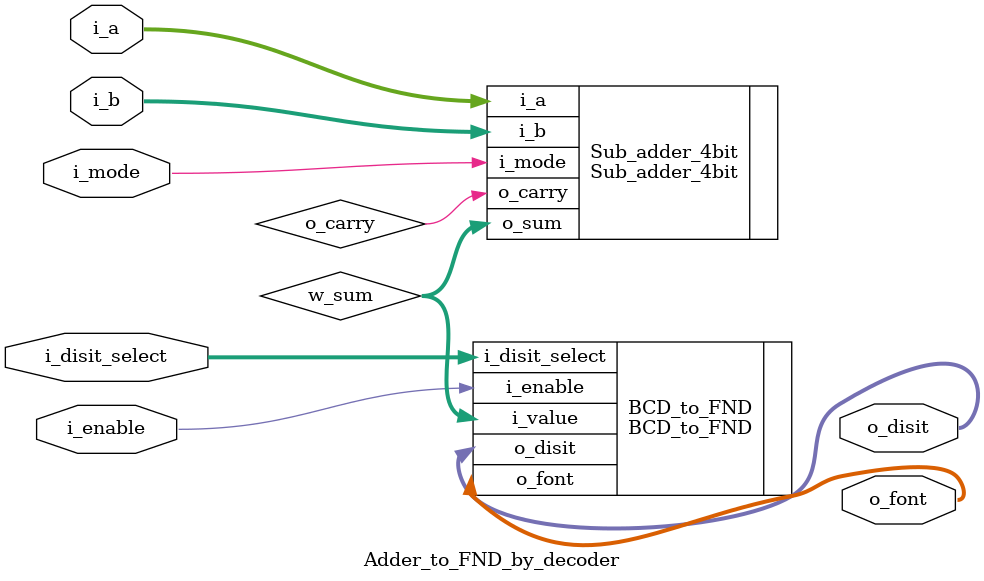
<source format=v>
`timescale 1ns / 1ps

module Adder_to_FND_by_decoder(
    input [3:0] i_a, i_b,
    input [1:0] i_disit_select,
    input i_enable, i_mode,
    output [7:0] o_font,
    output [3:0] o_disit
    );
    wire [3:0] w_sum;

    BCD_to_FND BCD_to_FND(
        .i_disit_select(i_disit_select),
        .i_value(w_sum),
        .i_enable(i_enable),
        .o_disit(o_disit),
        .o_font(o_font)
    );

    Sub_adder_4bit Sub_adder_4bit(
        .i_a(i_a),
        .i_b(i_b),
        .i_mode(i_mode),
        .o_sum(w_sum),
        .o_carry(o_carry)
    );

endmodule


</source>
